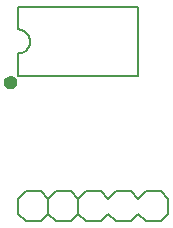
<source format=gto>
G75*
%MOIN*%
%OFA0B0*%
%FSLAX25Y25*%
%IPPOS*%
%LPD*%
%AMOC8*
5,1,8,0,0,1.08239X$1,22.5*
%
%ADD10C,0.00800*%
%ADD11C,0.00500*%
D10*
X0011500Y0013000D02*
X0014000Y0010500D01*
X0019000Y0010500D01*
X0021500Y0013000D01*
X0021500Y0018000D01*
X0019000Y0020500D01*
X0014000Y0020500D01*
X0011500Y0018000D01*
X0011500Y0013000D01*
X0021500Y0013000D02*
X0024000Y0010500D01*
X0029000Y0010500D01*
X0031500Y0013000D01*
X0031500Y0018000D01*
X0029000Y0020500D01*
X0024000Y0020500D01*
X0021500Y0018000D01*
X0021500Y0013000D01*
X0031500Y0013000D02*
X0034000Y0010500D01*
X0039000Y0010500D01*
X0041500Y0013000D01*
X0044000Y0010500D01*
X0049000Y0010500D01*
X0051500Y0013000D01*
X0054000Y0010500D01*
X0059000Y0010500D01*
X0061500Y0013000D01*
X0061500Y0018000D01*
X0059000Y0020500D01*
X0054000Y0020500D01*
X0051500Y0018000D01*
X0049000Y0020500D01*
X0044000Y0020500D01*
X0041500Y0018000D01*
X0039000Y0020500D01*
X0034000Y0020500D01*
X0031500Y0018000D01*
X0031500Y0013000D01*
X0011500Y0059000D02*
X0051500Y0059000D01*
X0051500Y0082000D01*
X0011500Y0082000D01*
X0011500Y0074500D01*
X0011626Y0074498D01*
X0011751Y0074492D01*
X0011876Y0074482D01*
X0012001Y0074468D01*
X0012126Y0074451D01*
X0012250Y0074429D01*
X0012373Y0074404D01*
X0012495Y0074374D01*
X0012616Y0074341D01*
X0012736Y0074304D01*
X0012855Y0074264D01*
X0012972Y0074219D01*
X0013089Y0074171D01*
X0013203Y0074119D01*
X0013316Y0074064D01*
X0013427Y0074005D01*
X0013536Y0073943D01*
X0013643Y0073877D01*
X0013748Y0073808D01*
X0013851Y0073736D01*
X0013952Y0073661D01*
X0014050Y0073582D01*
X0014145Y0073500D01*
X0014238Y0073416D01*
X0014328Y0073328D01*
X0014416Y0073238D01*
X0014500Y0073145D01*
X0014582Y0073050D01*
X0014661Y0072952D01*
X0014736Y0072851D01*
X0014808Y0072748D01*
X0014877Y0072643D01*
X0014943Y0072536D01*
X0015005Y0072427D01*
X0015064Y0072316D01*
X0015119Y0072203D01*
X0015171Y0072089D01*
X0015219Y0071972D01*
X0015264Y0071855D01*
X0015304Y0071736D01*
X0015341Y0071616D01*
X0015374Y0071495D01*
X0015404Y0071373D01*
X0015429Y0071250D01*
X0015451Y0071126D01*
X0015468Y0071001D01*
X0015482Y0070876D01*
X0015492Y0070751D01*
X0015498Y0070626D01*
X0015500Y0070500D01*
X0015498Y0070374D01*
X0015492Y0070249D01*
X0015482Y0070124D01*
X0015468Y0069999D01*
X0015451Y0069874D01*
X0015429Y0069750D01*
X0015404Y0069627D01*
X0015374Y0069505D01*
X0015341Y0069384D01*
X0015304Y0069264D01*
X0015264Y0069145D01*
X0015219Y0069028D01*
X0015171Y0068911D01*
X0015119Y0068797D01*
X0015064Y0068684D01*
X0015005Y0068573D01*
X0014943Y0068464D01*
X0014877Y0068357D01*
X0014808Y0068252D01*
X0014736Y0068149D01*
X0014661Y0068048D01*
X0014582Y0067950D01*
X0014500Y0067855D01*
X0014416Y0067762D01*
X0014328Y0067672D01*
X0014238Y0067584D01*
X0014145Y0067500D01*
X0014050Y0067418D01*
X0013952Y0067339D01*
X0013851Y0067264D01*
X0013748Y0067192D01*
X0013643Y0067123D01*
X0013536Y0067057D01*
X0013427Y0066995D01*
X0013316Y0066936D01*
X0013203Y0066881D01*
X0013089Y0066829D01*
X0012972Y0066781D01*
X0012855Y0066736D01*
X0012736Y0066696D01*
X0012616Y0066659D01*
X0012495Y0066626D01*
X0012373Y0066596D01*
X0012250Y0066571D01*
X0012126Y0066549D01*
X0012001Y0066532D01*
X0011876Y0066518D01*
X0011751Y0066508D01*
X0011626Y0066502D01*
X0011500Y0066500D01*
X0011500Y0059000D01*
D11*
X0010466Y0057919D02*
X0010689Y0057564D01*
X0010828Y0057167D01*
X0010875Y0056750D01*
X0010828Y0056333D01*
X0010689Y0055936D01*
X0010466Y0055581D01*
X0010169Y0055284D01*
X0009814Y0055061D01*
X0009417Y0054922D01*
X0009000Y0054875D01*
X0008583Y0054922D01*
X0008186Y0055061D01*
X0007831Y0055284D01*
X0007534Y0055581D01*
X0007311Y0055936D01*
X0007172Y0056333D01*
X0007125Y0056750D01*
X0007172Y0057167D01*
X0007311Y0057564D01*
X0007534Y0057919D01*
X0007831Y0058216D01*
X0008186Y0058439D01*
X0008583Y0058578D01*
X0009000Y0058625D01*
X0009417Y0058578D01*
X0009814Y0058439D01*
X0010169Y0058216D01*
X0010466Y0057919D01*
X0010341Y0058044D02*
X0007659Y0058044D01*
X0007305Y0057546D02*
X0010695Y0057546D01*
X0010841Y0057047D02*
X0007159Y0057047D01*
X0007148Y0056549D02*
X0010852Y0056549D01*
X0010729Y0056050D02*
X0007271Y0056050D01*
X0007563Y0055552D02*
X0010437Y0055552D01*
X0009793Y0055053D02*
X0008207Y0055053D01*
X0008483Y0058543D02*
X0009517Y0058543D01*
M02*

</source>
